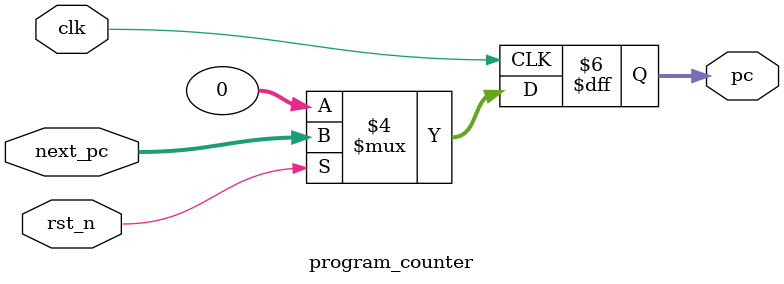
<source format=sv>
module program_counter (
    input logic clk,
    input logic rst_n,
    input logic [31:0] next_pc,
    output logic [31:0] pc
);

    always_ff @(posedge clk) begin
        if (!rst_n) begin
            pc <= 32'd0;
        end else begin
            pc <= next_pc;
        end
    end

endmodule
</source>
